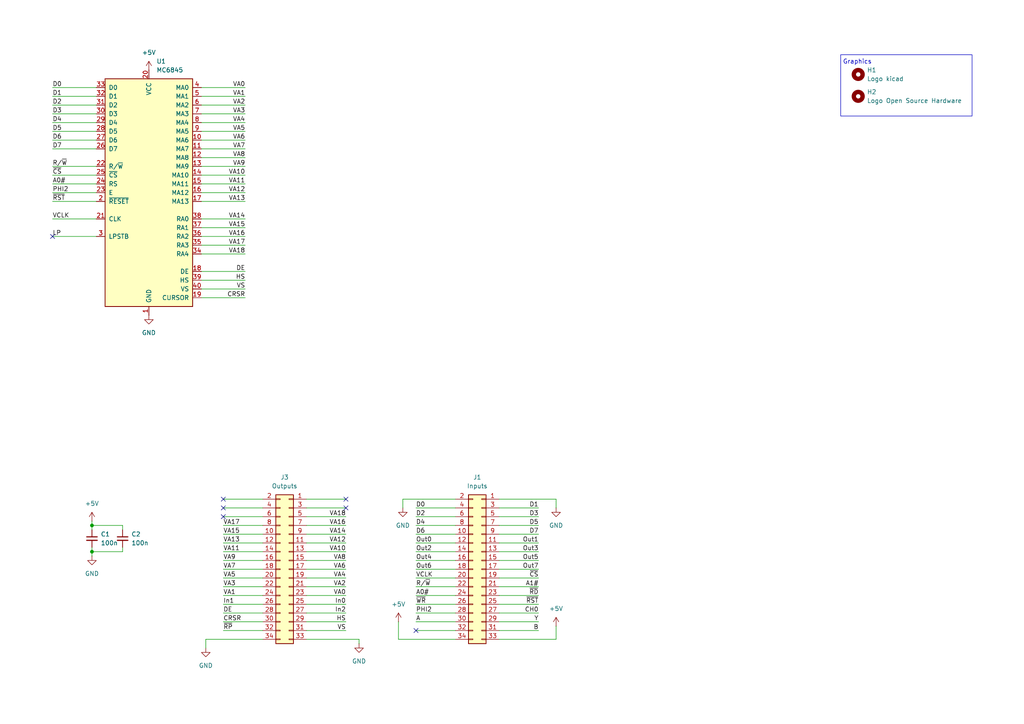
<source format=kicad_sch>
(kicad_sch (version 20231120) (generator "eeschema") (generator_version "8.0")
  (paper "A4")
  (title_block (title "Unicomp v3 - Video Adapter - MC6845 Board") (date "2025-01-28") (rev "v1.0") (company "100% Offner"))
  (lib_symbols
    (symbol "Connector_Generic:Conn_02x17_Odd_Even" (pin_names (offset 1.016) hide)
      (property "Reference" "J" (at 1.27 22.86 0))
      (property "Value" "Conn_02x17_Odd_Even" (at 1.27 -22.86 0))
      (symbol "Conn_02x17_Odd_Even_1_1"
        (rectangle (start -1.27 -20.193) (end 0 -20.447) (stroke (width 0.1524)))
        (rectangle (start -1.27 -17.653) (end 0 -17.907) (stroke (width 0.1524)))
        (rectangle (start -1.27 -15.113) (end 0 -15.367) (stroke (width 0.1524)))
        (rectangle (start -1.27 -12.573) (end 0 -12.827) (stroke (width 0.1524)))
        (rectangle (start -1.27 -10.033) (end 0 -10.287) (stroke (width 0.1524)))
        (rectangle (start -1.27 -7.493) (end 0 -7.747) (stroke (width 0.1524)))
        (rectangle (start -1.27 -4.953) (end 0 -5.207) (stroke (width 0.1524)))
        (rectangle (start -1.27 -2.413) (end 0 -2.667) (stroke (width 0.1524)))
        (rectangle (start -1.27 0.127) (end 0 -0.127) (stroke (width 0.1524)))
        (rectangle (start -1.27 2.667) (end 0 2.413) (stroke (width 0.1524)))
        (rectangle (start -1.27 5.207) (end 0 4.953) (stroke (width 0.1524)))
        (rectangle (start -1.27 7.747) (end 0 7.493) (stroke (width 0.1524)))
        (rectangle (start -1.27 10.287) (end 0 10.033) (stroke (width 0.1524)))
        (rectangle (start -1.27 12.827) (end 0 12.573) (stroke (width 0.1524)))
        (rectangle (start -1.27 15.367) (end 0 15.113) (stroke (width 0.1524)))
        (rectangle (start -1.27 17.907) (end 0 17.653) (stroke (width 0.1524)))
        (rectangle (start -1.27 20.447) (end 0 20.193) (stroke (width 0.1524)))
        (rectangle (start -1.27 21.59) (end 3.81 -21.59) (stroke (width 0.254)) (fill (type background)))
        (rectangle (start 3.81 -20.193) (end 2.54 -20.447) (stroke (width 0.1524)))
        (rectangle (start 3.81 -17.653) (end 2.54 -17.907) (stroke (width 0.1524)))
        (rectangle (start 3.81 -15.113) (end 2.54 -15.367) (stroke (width 0.1524)))
        (rectangle (start 3.81 -12.573) (end 2.54 -12.827) (stroke (width 0.1524)))
        (rectangle (start 3.81 -10.033) (end 2.54 -10.287) (stroke (width 0.1524)))
        (rectangle (start 3.81 -7.493) (end 2.54 -7.747) (stroke (width 0.1524)))
        (rectangle (start 3.81 -4.953) (end 2.54 -5.207) (stroke (width 0.1524)))
        (rectangle (start 3.81 -2.413) (end 2.54 -2.667) (stroke (width 0.1524)))
        (rectangle (start 3.81 0.127) (end 2.54 -0.127) (stroke (width 0.1524)))
        (rectangle (start 3.81 2.667) (end 2.54 2.413) (stroke (width 0.1524)))
        (rectangle (start 3.81 5.207) (end 2.54 4.953) (stroke (width 0.1524)))
        (rectangle (start 3.81 7.747) (end 2.54 7.493) (stroke (width 0.1524)))
        (rectangle (start 3.81 10.287) (end 2.54 10.033) (stroke (width 0.1524)))
        (rectangle (start 3.81 12.827) (end 2.54 12.573) (stroke (width 0.1524)))
        (rectangle (start 3.81 15.367) (end 2.54 15.113) (stroke (width 0.1524)))
        (rectangle (start 3.81 17.907) (end 2.54 17.653) (stroke (width 0.1524)))
        (rectangle (start 3.81 20.447) (end 2.54 20.193) (stroke (width 0.1524)))
        (pin passive line (at -5.08 20.32 0) (length 3.81) (name "Pin_1") (number "1"))
        (pin passive line (at 7.62 10.16 180) (length 3.81) (name "Pin_10") (number "10"))
        (pin passive line (at -5.08 7.62 0) (length 3.81) (name "Pin_11") (number "11"))
        (pin passive line (at 7.62 7.62 180) (length 3.81) (name "Pin_12") (number "12"))
        (pin passive line (at -5.08 5.08 0) (length 3.81) (name "Pin_13") (number "13"))
        (pin passive line (at 7.62 5.08 180) (length 3.81) (name "Pin_14") (number "14"))
        (pin passive line (at -5.08 2.54 0) (length 3.81) (name "Pin_15") (number "15"))
        (pin passive line (at 7.62 2.54 180) (length 3.81) (name "Pin_16") (number "16"))
        (pin passive line (at -5.08 0 0) (length 3.81) (name "Pin_17") (number "17"))
        (pin passive line (at 7.62 0 180) (length 3.81) (name "Pin_18") (number "18"))
        (pin passive line (at -5.08 -2.54 0) (length 3.81) (name "Pin_19") (number "19"))
        (pin passive line (at 7.62 20.32 180) (length 3.81) (name "Pin_2") (number "2"))
        (pin passive line (at 7.62 -2.54 180) (length 3.81) (name "Pin_20") (number "20"))
        (pin passive line (at -5.08 -5.08 0) (length 3.81) (name "Pin_21") (number "21"))
        (pin passive line (at 7.62 -5.08 180) (length 3.81) (name "Pin_22") (number "22"))
        (pin passive line (at -5.08 -7.62 0) (length 3.81) (name "Pin_23") (number "23"))
        (pin passive line (at 7.62 -7.62 180) (length 3.81) (name "Pin_24") (number "24"))
        (pin passive line (at -5.08 -10.16 0) (length 3.81) (name "Pin_25") (number "25"))
        (pin passive line (at 7.62 -10.16 180) (length 3.81) (name "Pin_26") (number "26"))
        (pin passive line (at -5.08 -12.7 0) (length 3.81) (name "Pin_27") (number "27"))
        (pin passive line (at 7.62 -12.7 180) (length 3.81) (name "Pin_28") (number "28"))
        (pin passive line (at -5.08 -15.24 0) (length 3.81) (name "Pin_29") (number "29"))
        (pin passive line (at -5.08 17.78 0) (length 3.81) (name "Pin_3") (number "3"))
        (pin passive line (at 7.62 -15.24 180) (length 3.81) (name "Pin_30") (number "30"))
        (pin passive line (at -5.08 -17.78 0) (length 3.81) (name "Pin_31") (number "31"))
        (pin passive line (at 7.62 -17.78 180) (length 3.81) (name "Pin_32") (number "32"))
        (pin passive line (at -5.08 -20.32 0) (length 3.81) (name "Pin_33") (number "33"))
        (pin passive line (at 7.62 -20.32 180) (length 3.81) (name "Pin_34") (number "34"))
        (pin passive line (at 7.62 17.78 180) (length 3.81) (name "Pin_4") (number "4"))
        (pin passive line (at -5.08 15.24 0) (length 3.81) (name "Pin_5") (number "5"))
        (pin passive line (at 7.62 15.24 180) (length 3.81) (name "Pin_6") (number "6"))
        (pin passive line (at -5.08 12.7 0) (length 3.81) (name "Pin_7") (number "7"))
        (pin passive line (at 7.62 12.7 180) (length 3.81) (name "Pin_8") (number "8"))
        (pin passive line (at -5.08 10.16 0) (length 3.81) (name "Pin_9") (number "9"))
      )
    )
    (symbol "Device:C_Small" (pin_numbers hide) (pin_names (offset 0.254) hide)
      (property "Reference" "C" (at 0.254 1.778 0))
      (property "Value" "C_Small" (at 0.254 -2.032 0))
      (symbol "C_Small_0_1"
        (polyline (pts (xy -1.524 -0.508) (xy 1.524 -0.508)) (stroke (width 0.3302)))
        (polyline (pts (xy -1.524 0.508) (xy 1.524 0.508)) (stroke (width 0.3048)))
      )
      (symbol "C_Small_1_1"
        (pin passive line (at 0 2.54 270) (length 2.032) (name "~") (number "1"))
        (pin passive line (at 0 -2.54 90) (length 2.032) (name "~") (number "2"))
      )
    )
    (symbol "GPU:MC6845" (pin_names (offset 1.016))
      (property "Reference" "U" (at -10.16 34.29 0))
      (property "Value" "MC6845" (at 12.7 34.29 0))
      (symbol "MC6845_0_1"
        (rectangle (start -12.7 -33.02) (end 12.7 33.02) (stroke (width 0.254)) (fill (type background)))
      )
      (symbol "MC6845_1_1"
        (pin power_in line (at 0 -35.56 90) (length 2.54) (name "GND") (number "1"))
        (pin output line (at 15.24 15.24 180) (length 2.54) (name "MA6") (number "10"))
        (pin output line (at 15.24 12.7 180) (length 2.54) (name "MA7") (number "11"))
        (pin output line (at 15.24 10.16 180) (length 2.54) (name "MA8") (number "12"))
        (pin output line (at 15.24 7.62 180) (length 2.54) (name "MA9") (number "13"))
        (pin output line (at 15.24 5.08 180) (length 2.54) (name "MA10") (number "14"))
        (pin output line (at 15.24 2.54 180) (length 2.54) (name "MA11") (number "15"))
        (pin output line (at 15.24 0 180) (length 2.54) (name "MA12") (number "16"))
        (pin output line (at 15.24 -2.54 180) (length 2.54) (name "MA13") (number "17"))
        (pin output line (at 15.24 -22.86 180) (length 2.54) (name "DE") (number "18"))
        (pin output line (at 15.24 -30.48 180) (length 2.54) (name "CURSOR") (number "19"))
        (pin input line (at -15.24 -2.54 0) (length 2.54) (name "~{RESET}") (number "2"))
        (pin power_in line (at 0 35.56 270) (length 2.54) (name "VCC") (number "20"))
        (pin input line (at -15.24 -7.62 0) (length 2.54) (name "CLK") (number "21"))
        (pin input line (at -15.24 7.62 0) (length 2.54) (name "R/~{W}") (number "22"))
        (pin input line (at -15.24 0 0) (length 2.54) (name "E") (number "23"))
        (pin input line (at -15.24 2.54 0) (length 2.54) (name "RS") (number "24"))
        (pin input line (at -15.24 5.08 0) (length 2.54) (name "~{CS}") (number "25"))
        (pin bidirectional line (at -15.24 12.7 0) (length 2.54) (name "D7") (number "26"))
        (pin bidirectional line (at -15.24 15.24 0) (length 2.54) (name "D6") (number "27"))
        (pin bidirectional line (at -15.24 17.78 0) (length 2.54) (name "D5") (number "28"))
        (pin bidirectional line (at -15.24 20.32 0) (length 2.54) (name "D4") (number "29"))
        (pin input line (at -15.24 -12.7 0) (length 2.54) (name "LPSTB") (number "3"))
        (pin bidirectional line (at -15.24 22.86 0) (length 2.54) (name "D3") (number "30"))
        (pin bidirectional line (at -15.24 25.4 0) (length 2.54) (name "D2") (number "31"))
        (pin bidirectional line (at -15.24 27.94 0) (length 2.54) (name "D1") (number "32"))
        (pin bidirectional line (at -15.24 30.48 0) (length 2.54) (name "D0") (number "33"))
        (pin output line (at 15.24 -17.78 180) (length 2.54) (name "RA4") (number "34"))
        (pin output line (at 15.24 -15.24 180) (length 2.54) (name "RA3") (number "35"))
        (pin output line (at 15.24 -12.7 180) (length 2.54) (name "RA2") (number "36"))
        (pin output line (at 15.24 -10.16 180) (length 2.54) (name "RA1") (number "37"))
        (pin output line (at 15.24 -7.62 180) (length 2.54) (name "RA0") (number "38"))
        (pin output line (at 15.24 -25.4 180) (length 2.54) (name "HS") (number "39"))
        (pin output line (at 15.24 30.48 180) (length 2.54) (name "MA0") (number "4"))
        (pin output line (at 15.24 -27.94 180) (length 2.54) (name "VS") (number "40"))
        (pin output line (at 15.24 27.94 180) (length 2.54) (name "MA1") (number "5"))
        (pin output line (at 15.24 25.4 180) (length 2.54) (name "MA2") (number "6"))
        (pin output line (at 15.24 22.86 180) (length 2.54) (name "MA3") (number "7"))
        (pin output line (at 15.24 20.32 180) (length 2.54) (name "MA4") (number "8"))
        (pin output line (at 15.24 17.78 180) (length 2.54) (name "MA5") (number "9"))
      )
    )
    (symbol "Mechanical:MountingHole" (pin_names (offset 1.016)) (exclude_from_sim yes) (in_bom no)
      (property "Reference" "H" (at 0 5.08 0))
      (property "Value" "MountingHole" (at 0 3.175 0))
      (symbol "MountingHole_0_1"
        (circle (center 0 0) (radius 1.27) (stroke (width 1.27)))
      )
    )
    (symbol "power:+5V" (power) (pin_numbers hide) (pin_names (offset 0) hide)
      (property "Value" "+5V" (at 0 3.556 0))
      (symbol "+5V_0_1"
        (polyline (pts (xy -0.762 1.27) (xy 0 2.54)))
        (polyline (pts (xy 0 0) (xy 0 2.54)))
        (polyline (pts (xy 0 2.54) (xy 0.762 1.27)))
      )
      (symbol "+5V_1_1"
        (pin power_in line (at 0 0 90) (length 0) (name "~") (number "1"))
      )
    )
    (symbol "power:GND" (power) (pin_numbers hide) (pin_names (offset 0) hide)
      (property "Value" "GND" (at 0 -3.81 0))
      (symbol "GND_0_1"
        (polyline (pts (xy 0 0) (xy 0 -1.27) (xy 1.27 -1.27) (xy 0 -2.54) (xy -1.27 -1.27) (xy 0 -1.27)))
      )
      (symbol "GND_1_1"
        (pin power_in line (at 0 0 270) (length 0) (name "~") (number "1"))
      )
    )
  )
  (junction (at 26.67 160.02))
  (junction (at 26.67 152.4))
  (no_connect (at 64.77 147.32))
  (no_connect (at 100.33 147.32))
  (no_connect (at 100.33 144.78))
  (no_connect (at 15.24 68.58))
  (no_connect (at 64.77 149.86))
  (no_connect (at 64.77 144.78))
  (no_connect (at 120.65 182.88))
  (wire (pts (xy 58.42 27.94) (xy 71.12 27.94)))
  (wire (pts (xy 58.42 63.5) (xy 71.12 63.5)))
  (wire (pts (xy 64.77 170.18) (xy 76.2 170.18)))
  (wire (pts (xy 58.42 50.8) (xy 71.12 50.8)))
  (wire (pts (xy 58.42 58.42) (xy 71.12 58.42)))
  (wire (pts (xy 120.65 175.26) (xy 132.08 175.26)))
  (wire (pts (xy 58.42 45.72) (xy 71.12 45.72)))
  (wire (pts (xy 161.29 181.61) (xy 161.29 185.42)))
  (wire (pts (xy 120.65 170.18) (xy 132.08 170.18)))
  (wire (pts (xy 120.65 165.1) (xy 132.08 165.1)))
  (wire (pts (xy 58.42 40.64) (xy 71.12 40.64)))
  (wire (pts (xy 64.77 172.72) (xy 76.2 172.72)))
  (wire (pts (xy 15.24 30.48) (xy 27.94 30.48)))
  (wire (pts (xy 64.77 182.88) (xy 76.2 182.88)))
  (wire (pts (xy 120.65 167.64) (xy 132.08 167.64)))
  (wire (pts (xy 58.42 25.4) (xy 71.12 25.4)))
  (wire (pts (xy 58.42 35.56) (xy 71.12 35.56)))
  (wire (pts (xy 15.24 43.18) (xy 27.94 43.18)))
  (wire (pts (xy 64.77 160.02) (xy 76.2 160.02)))
  (wire (pts (xy 64.77 149.86) (xy 76.2 149.86)))
  (wire (pts (xy 88.9 165.1) (xy 100.33 165.1)))
  (wire (pts (xy 144.78 170.18) (xy 156.21 170.18)))
  (wire (pts (xy 144.78 144.78) (xy 161.29 144.78)))
  (wire (pts (xy 104.14 186.69) (xy 104.14 185.42)))
  (wire (pts (xy 144.78 165.1) (xy 156.21 165.1)))
  (wire (pts (xy 15.24 35.56) (xy 27.94 35.56)))
  (wire (pts (xy 120.65 147.32) (xy 132.08 147.32)))
  (wire (pts (xy 88.9 182.88) (xy 100.33 182.88)))
  (wire (pts (xy 15.24 68.58) (xy 27.94 68.58)))
  (wire (pts (xy 58.42 86.36) (xy 71.12 86.36)))
  (wire (pts (xy 58.42 53.34) (xy 71.12 53.34)))
  (wire (pts (xy 26.67 152.4) (xy 26.67 153.67)))
  (wire (pts (xy 26.67 151.13) (xy 26.67 152.4)))
  (wire (pts (xy 64.77 177.8) (xy 76.2 177.8)))
  (wire (pts (xy 88.9 152.4) (xy 100.33 152.4)))
  (wire (pts (xy 115.57 180.34) (xy 115.57 185.42)))
  (wire (pts (xy 88.9 185.42) (xy 104.14 185.42)))
  (wire (pts (xy 64.77 162.56) (xy 76.2 162.56)))
  (wire (pts (xy 88.9 154.94) (xy 100.33 154.94)))
  (wire (pts (xy 58.42 73.66) (xy 71.12 73.66)))
  (wire (pts (xy 88.9 177.8) (xy 100.33 177.8)))
  (wire (pts (xy 15.24 55.88) (xy 27.94 55.88)))
  (wire (pts (xy 15.24 38.1) (xy 27.94 38.1)))
  (wire (pts (xy 64.77 167.64) (xy 76.2 167.64)))
  (wire (pts (xy 88.9 175.26) (xy 100.33 175.26)))
  (wire (pts (xy 64.77 180.34) (xy 76.2 180.34)))
  (wire (pts (xy 15.24 53.34) (xy 27.94 53.34)))
  (wire (pts (xy 58.42 30.48) (xy 71.12 30.48)))
  (wire (pts (xy 15.24 48.26) (xy 27.94 48.26)))
  (wire (pts (xy 88.9 157.48) (xy 100.33 157.48)))
  (wire (pts (xy 58.42 68.58) (xy 71.12 68.58)))
  (wire (pts (xy 64.77 165.1) (xy 76.2 165.1)))
  (wire (pts (xy 26.67 152.4) (xy 35.56 152.4)))
  (wire (pts (xy 120.65 162.56) (xy 132.08 162.56)))
  (wire (pts (xy 58.42 55.88) (xy 71.12 55.88)))
  (wire (pts (xy 58.42 38.1) (xy 71.12 38.1)))
  (wire (pts (xy 144.78 152.4) (xy 156.21 152.4)))
  (wire (pts (xy 144.78 149.86) (xy 156.21 149.86)))
  (wire (pts (xy 144.78 157.48) (xy 156.21 157.48)))
  (wire (pts (xy 116.84 144.78) (xy 132.08 144.78)))
  (wire (pts (xy 59.69 187.96) (xy 59.69 185.42)))
  (wire (pts (xy 58.42 83.82) (xy 71.12 83.82)))
  (wire (pts (xy 64.77 147.32) (xy 76.2 147.32)))
  (wire (pts (xy 58.42 78.74) (xy 71.12 78.74)))
  (wire (pts (xy 88.9 172.72) (xy 100.33 172.72)))
  (wire (pts (xy 58.42 48.26) (xy 71.12 48.26)))
  (wire (pts (xy 59.69 185.42) (xy 76.2 185.42)))
  (wire (pts (xy 15.24 25.4) (xy 27.94 25.4)))
  (wire (pts (xy 120.65 160.02) (xy 132.08 160.02)))
  (wire (pts (xy 88.9 144.78) (xy 100.33 144.78)))
  (wire (pts (xy 58.42 33.02) (xy 71.12 33.02)))
  (wire (pts (xy 120.65 177.8) (xy 132.08 177.8)))
  (wire (pts (xy 144.78 160.02) (xy 156.21 160.02)))
  (wire (pts (xy 58.42 81.28) (xy 71.12 81.28)))
  (wire (pts (xy 58.42 66.04) (xy 71.12 66.04)))
  (wire (pts (xy 144.78 177.8) (xy 156.21 177.8)))
  (wire (pts (xy 88.9 160.02) (xy 100.33 160.02)))
  (wire (pts (xy 120.65 172.72) (xy 132.08 172.72)))
  (wire (pts (xy 64.77 175.26) (xy 76.2 175.26)))
  (wire (pts (xy 120.65 152.4) (xy 132.08 152.4)))
  (wire (pts (xy 15.24 63.5) (xy 27.94 63.5)))
  (wire (pts (xy 88.9 162.56) (xy 100.33 162.56)))
  (wire (pts (xy 15.24 50.8) (xy 27.94 50.8)))
  (wire (pts (xy 58.42 43.18) (xy 71.12 43.18)))
  (wire (pts (xy 144.78 180.34) (xy 156.21 180.34)))
  (wire (pts (xy 144.78 154.94) (xy 156.21 154.94)))
  (wire (pts (xy 144.78 185.42) (xy 161.29 185.42)))
  (wire (pts (xy 35.56 158.75) (xy 35.56 160.02)))
  (wire (pts (xy 144.78 182.88) (xy 156.21 182.88)))
  (wire (pts (xy 144.78 167.64) (xy 156.21 167.64)))
  (wire (pts (xy 15.24 58.42) (xy 27.94 58.42)))
  (wire (pts (xy 144.78 162.56) (xy 156.21 162.56)))
  (wire (pts (xy 64.77 144.78) (xy 76.2 144.78)))
  (wire (pts (xy 144.78 172.72) (xy 156.21 172.72)))
  (wire (pts (xy 64.77 157.48) (xy 76.2 157.48)))
  (wire (pts (xy 64.77 152.4) (xy 76.2 152.4)))
  (wire (pts (xy 88.9 170.18) (xy 100.33 170.18)))
  (wire (pts (xy 15.24 40.64) (xy 27.94 40.64)))
  (wire (pts (xy 161.29 144.78) (xy 161.29 147.32)))
  (wire (pts (xy 120.65 154.94) (xy 132.08 154.94)))
  (wire (pts (xy 58.42 71.12) (xy 71.12 71.12)))
  (wire (pts (xy 144.78 175.26) (xy 156.21 175.26)))
  (wire (pts (xy 120.65 182.88) (xy 132.08 182.88)))
  (wire (pts (xy 144.78 147.32) (xy 156.21 147.32)))
  (wire (pts (xy 120.65 180.34) (xy 132.08 180.34)))
  (wire (pts (xy 35.56 153.67) (xy 35.56 152.4)))
  (wire (pts (xy 26.67 161.29) (xy 26.67 160.02)))
  (wire (pts (xy 26.67 160.02) (xy 26.67 158.75)))
  (wire (pts (xy 64.77 154.94) (xy 76.2 154.94)))
  (wire (pts (xy 88.9 180.34) (xy 100.33 180.34)))
  (wire (pts (xy 88.9 147.32) (xy 100.33 147.32)))
  (wire (pts (xy 88.9 149.86) (xy 100.33 149.86)))
  (wire (pts (xy 120.65 149.86) (xy 132.08 149.86)))
  (wire (pts (xy 120.65 157.48) (xy 132.08 157.48)))
  (wire (pts (xy 26.67 160.02) (xy 35.56 160.02)))
  (wire (pts (xy 88.9 167.64) (xy 100.33 167.64)))
  (wire (pts (xy 15.24 33.02) (xy 27.94 33.02)))
  (wire (pts (xy 15.24 27.94) (xy 27.94 27.94)))
  (wire (pts (xy 115.57 185.42) (xy 132.08 185.42)))
  (wire (pts (xy 116.84 147.32) (xy 116.84 144.78)))
  (rectangle (start 243.84 15.875) (end 281.94 33.655))
  (text "Graphics" (at 248.666 18.034 0) (effects (font (size 1.27 1.27))))
  (label "VA12" (at 100.33 157.48 180))
  (label "Out5" (at 156.21 162.56 180))
  (label "D3" (at 156.21 149.86 180))
  (label "VA9" (at 71.12 48.26 180))
  (label "D4" (at 15.24 35.56 0))
  (label "VA17" (at 64.77 152.4 0))
  (label "VA1" (at 71.12 27.94 180))
  (label "D6" (at 15.24 40.64 0))
  (label "VA15" (at 71.12 66.04 180))
  (label "B" (at 156.21 182.88 180))
  (label "~{WR}" (at 120.65 175.26 0))
  (label "VA2" (at 71.12 30.48 180))
  (label "VA1" (at 64.77 172.72 0))
  (label "VA2" (at 100.33 170.18 180))
  (label "D1" (at 156.21 147.32 180))
  (label "VA16" (at 100.33 152.4 180))
  (label "VA5" (at 64.77 167.64 0))
  (label "HS" (at 71.12 81.28 180))
  (label "In0" (at 100.33 175.26 180))
  (label "Out4" (at 120.65 162.56 0))
  (label "VA13" (at 71.12 58.42 180))
  (label "VA4" (at 100.33 167.64 180))
  (label "LP" (at 15.24 68.58 0))
  (label "VA7" (at 64.77 165.1 0))
  (label "VA10" (at 71.12 50.8 180))
  (label "D2" (at 120.65 149.86 0))
  (label "D4" (at 120.65 152.4 0))
  (label "~{CS}" (at 156.21 167.64 180))
  (label "CH0" (at 156.21 177.8 180))
  (label "VA18" (at 100.33 149.86 180))
  (label "A0#" (at 120.65 172.72 0))
  (label "D3" (at 15.24 33.02 0))
  (label "~{RD}" (at 156.21 172.72 180))
  (label "PHI2" (at 15.24 55.88 0))
  (label "Out2" (at 120.65 160.02 0))
  (label "D5" (at 15.24 38.1 0))
  (label "VA5" (at 71.12 38.1 180))
  (label "Out0" (at 120.65 157.48 0))
  (label "D1" (at 15.24 27.94 0))
  (label "HS" (at 100.33 180.34 180))
  (label "VA14" (at 71.12 63.5 180))
  (label "~{RP}" (at 64.77 182.88 0))
  (label "VA9" (at 64.77 162.56 0))
  (label "VA11" (at 64.77 160.02 0))
  (label "D6" (at 120.65 154.94 0))
  (label "~{CS}" (at 15.24 50.8 0))
  (label "R{slash}~{W}" (at 120.65 170.18 0))
  (label "DE" (at 64.77 177.8 0))
  (label "VA0" (at 100.33 172.72 180))
  (label "In2" (at 100.33 177.8 180))
  (label "D7" (at 156.21 154.94 180))
  (label "VA12" (at 71.12 55.88 180))
  (label "D0" (at 120.65 147.32 0))
  (label "VA16" (at 71.12 68.58 180))
  (label "VA6" (at 100.33 165.1 180))
  (label "VCLK" (at 120.65 167.64 0))
  (label "VA13" (at 64.77 157.48 0))
  (label "VA11" (at 71.12 53.34 180))
  (label "VS" (at 71.12 83.82 180))
  (label "Out7" (at 156.21 165.1 180))
  (label "VA4" (at 71.12 35.56 180))
  (label "D2" (at 15.24 30.48 0))
  (label "VA0" (at 71.12 25.4 180))
  (label "DE" (at 71.12 78.74 180))
  (label "R{slash}~{W}" (at 15.24 48.26 0))
  (label "VA6" (at 71.12 40.64 180))
  (label "VA14" (at 100.33 154.94 180))
  (label "Out3" (at 156.21 160.02 180))
  (label "VS" (at 100.33 182.88 180))
  (label "VA8" (at 100.33 162.56 180))
  (label "VA8" (at 71.12 45.72 180))
  (label "VA3" (at 71.12 33.02 180))
  (label "Y" (at 156.21 180.34 180))
  (label "VA10" (at 100.33 160.02 180))
  (label "~{RST}" (at 15.24 58.42 0))
  (label "D5" (at 156.21 152.4 180))
  (label "D7" (at 15.24 43.18 0))
  (label "~{RST}" (at 156.21 175.26 180))
  (label "D0" (at 15.24 25.4 0))
  (label "CRSR" (at 64.77 180.34 0))
  (label "PHI2" (at 120.65 177.8 0))
  (label "VCLK" (at 15.24 63.5 0))
  (label "VA7" (at 71.12 43.18 180))
  (label "A" (at 120.65 180.34 0))
  (label "VA18" (at 71.12 73.66 180))
  (label "Out1" (at 156.21 157.48 180))
  (label "Out6" (at 120.65 165.1 0))
  (label "A0#" (at 15.24 53.34 0))
  (label "A1#" (at 156.21 170.18 180))
  (label "VA3" (at 64.77 170.18 0))
  (label "VA15" (at 64.77 154.94 0))
  (label "CRSR" (at 71.12 86.36 180))
  (label "VA17" (at 71.12 71.12 180))
  (label "In1" (at 64.77 175.26 0))
  (symbol (lib_id "power:GND") (at 43.18 91.44 0) (unit 1)
    (property "Reference" "#PWR02" (effects (hide yes)))
    (property "Value" "GND" (at 43.18 96.52 0))
    (property "Description" "Power symbol creates a global label with name \"GND\" , ground" (effects (hide yes)))
  )
  (symbol (lib_id "power:GND") (at 116.84 147.32 0) (unit 1)
    (property "Reference" "#PWR09" (effects (hide yes)))
    (property "Value" "GND" (at 116.84 152.4 0))
    (property "Description" "Power symbol creates a global label with name \"GND\" , ground" (effects (hide yes)))
  )
  (symbol (lib_id "power:+5V") (at 26.67 151.13 0) (unit 1)
    (property "Reference" "#PWR04" (effects (hide yes)))
    (property "Value" "+5V" (at 26.67 146.05 0))
    (property "Description" "Power symbol creates a global label with name \"+5V\"" (effects (hide yes)))
  )
  (symbol (lib_id "Device:C_Small") (at 35.56 156.21 0) (unit 1)
    (property "Reference" "C2" (at 38.1 154.9462 0) (effects (justify left)))
    (property "Value" "100n" (at 38.1 157.4862 0) (effects (justify left)))
    (property "Footprint" "Capacitor_SMD:C_1206_3216Metric_Pad1.33x1.80mm_HandSolder" (effects (hide yes)))
    (property "Description" "Unpolarized capacitor, small symbol" (effects (hide yes)))
  )
  (symbol (lib_id "Mechanical:MountingHole") (at 248.92 27.94 0) (unit 1) (exclude_from_sim yes) (in_bom no)
    (property "Reference" "H2" (at 251.46 26.6699 0) (effects (justify left)))
    (property "Value" "Logo Open Source Hardware" (at 251.46 29.2099 0) (effects (justify left)))
    (property "Footprint" "Symbol:OSHW-Logo2_7.3x6mm_SilkScreen" (effects (hide yes)))
    (property "Description" "Mounting Hole without connection" (effects (hide yes)))
  )
  (symbol (lib_id "Connector_Generic:Conn_02x17_Odd_Even") (at 83.82 165.1 0) (mirror y) (unit 1)
    (property "Reference" "J3" (at 82.55 138.43 0))
    (property "Value" "Outputs" (at 82.55 140.97 0))
    (property "Footprint" "Connector_PinHeader_2.54mm:PinHeader_2x17_P2.54mm_Vertical" (effects (hide yes)))
    (property "Description" "Generic connector, double row, 02x17, odd/even pin numbering scheme (row 1 odd numbers, row 2 even numbers), script generated (kicad-library-utils/schlib/autogen/connector/)" (effects (hide yes)))
  )
  (symbol (lib_id "power:GND") (at 59.69 187.96 0) (unit 1)
    (property "Reference" "#PWR05" (effects (hide yes)))
    (property "Value" "GND" (at 59.69 193.04 0))
    (property "Description" "Power symbol creates a global label with name \"GND\" , ground" (effects (hide yes)))
  )
  (symbol (lib_id "power:GND") (at 161.29 147.32 0) (unit 1)
    (property "Reference" "#PWR010" (effects (hide yes)))
    (property "Value" "GND" (at 161.29 152.4 0))
    (property "Description" "Power symbol creates a global label with name \"GND\" , ground" (effects (hide yes)))
  )
  (symbol (lib_id "Mechanical:MountingHole") (at 248.92 21.59 0) (unit 1) (exclude_from_sim yes) (in_bom no)
    (property "Reference" "H1" (at 251.46 20.3199 0) (effects (justify left)))
    (property "Value" "Logo kicad" (at 251.46 22.8599 0) (effects (justify left)))
    (property "Footprint" "Symbol:KiCad-Logo2_6mm_SilkScreen" (effects (hide yes)))
    (property "Description" "Mounting Hole without connection" (effects (hide yes)))
  )
  (symbol (lib_id "power:+5V") (at 161.29 181.61 0) (unit 1)
    (property "Reference" "#PWR08" (effects (hide yes)))
    (property "Value" "+5V" (at 161.29 176.53 0))
    (property "Description" "Power symbol creates a global label with name \"+5V\"" (effects (hide yes)))
  )
  (symbol (lib_id "power:GND") (at 26.67 161.29 0) (unit 1)
    (property "Reference" "#PWR03" (effects (hide yes)))
    (property "Value" "GND" (at 26.67 166.37 0))
    (property "Description" "Power symbol creates a global label with name \"GND\" , ground" (effects (hide yes)))
  )
  (symbol (lib_id "Connector_Generic:Conn_02x17_Odd_Even") (at 139.7 165.1 0) (mirror y) (unit 1)
    (property "Reference" "J1" (at 138.43 138.43 0))
    (property "Value" "Inputs" (at 138.43 140.97 0))
    (property "Footprint" "Connector_PinHeader_2.54mm:PinHeader_2x17_P2.54mm_Vertical" (effects (hide yes)))
    (property "Description" "Generic connector, double row, 02x17, odd/even pin numbering scheme (row 1 odd numbers, row 2 even numbers), script generated (kicad-library-utils/schlib/autogen/connector/)" (effects (hide yes)))
  )
  (symbol (lib_id "Device:C_Small") (at 26.67 156.21 0) (unit 1)
    (property "Reference" "C1" (at 29.21 154.9462 0) (effects (justify left)))
    (property "Value" "100n" (at 29.21 157.4862 0) (effects (justify left)))
    (property "Footprint" "Capacitor_SMD:C_1206_3216Metric_Pad1.33x1.80mm_HandSolder" (effects (hide yes)))
    (property "Description" "Unpolarized capacitor, small symbol" (effects (hide yes)))
  )
  (symbol (lib_id "power:GND") (at 104.14 186.69 0) (unit 1)
    (property "Reference" "#PWR06" (effects (hide yes)))
    (property "Value" "GND" (at 104.14 191.77 0))
    (property "Description" "Power symbol creates a global label with name \"GND\" , ground" (effects (hide yes)))
  )
  (symbol (lib_id "power:+5V") (at 115.57 180.34 0) (unit 1)
    (property "Reference" "#PWR07" (effects (hide yes)))
    (property "Value" "+5V" (at 115.57 175.26 0))
    (property "Description" "Power symbol creates a global label with name \"+5V\"" (effects (hide yes)))
  )
  (symbol (lib_id "power:+5V") (at 43.18 20.32 0) (unit 1)
    (property "Reference" "#PWR01" (effects (hide yes)))
    (property "Value" "+5V" (at 43.18 15.24 0))
    (property "Description" "Power symbol creates a global label with name \"+5V\"" (effects (hide yes)))
  )
  (symbol (lib_id "GPU:MC6845") (at 43.18 55.88 0) (unit 1)
    (property "Reference" "U1" (at 45.3741 17.78 0) (effects (justify left)))
    (property "Value" "MC6845" (at 45.3741 20.32 0) (effects (justify left)))
    (property "Footprint" "Package_DIP:DIP-40_W15.24mm" (effects (hide yes)))
    (property "Datasheet" "http://pdf.datasheetcatalog.com/datasheet_pdf/motorola/MC6845L_and_MC6845P.pdf" (effects (hide yes)))
    (property "Description" "CRT Controller 1MHz, DIP-40" (effects (hide yes)))
  )
)
</source>
